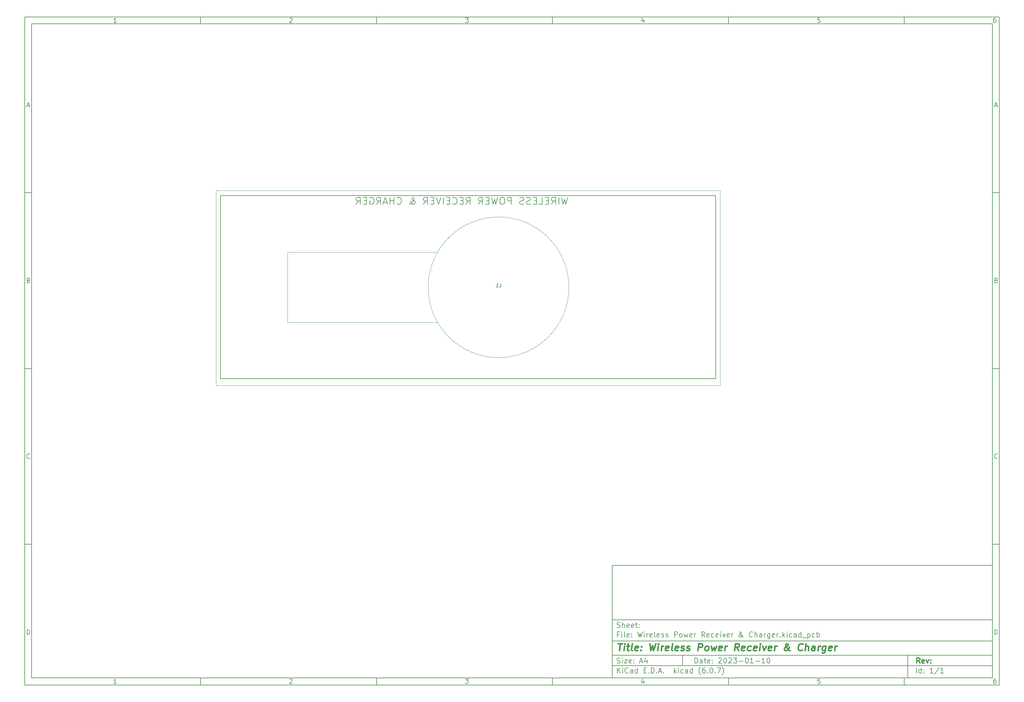
<source format=gbr>
%TF.GenerationSoftware,KiCad,Pcbnew,(6.0.7)*%
%TF.CreationDate,2023-01-12T19:29:26+03:00*%
%TF.ProjectId,Wireless Power Receiver & Charger,57697265-6c65-4737-9320-506f77657220,rev?*%
%TF.SameCoordinates,Original*%
%TF.FileFunction,Legend,Bot*%
%TF.FilePolarity,Positive*%
%FSLAX46Y46*%
G04 Gerber Fmt 4.6, Leading zero omitted, Abs format (unit mm)*
G04 Created by KiCad (PCBNEW (6.0.7)) date 2023-01-12 19:29:26*
%MOMM*%
%LPD*%
G01*
G04 APERTURE LIST*
%ADD10C,0.100000*%
%ADD11C,0.150000*%
%ADD12C,0.300000*%
%ADD13C,0.400000*%
%TA.AperFunction,Profile*%
%ADD14C,0.100000*%
%TD*%
%ADD15C,0.120000*%
G04 APERTURE END LIST*
D10*
D11*
X177002200Y-166007200D02*
X177002200Y-198007200D01*
X285002200Y-198007200D01*
X285002200Y-166007200D01*
X177002200Y-166007200D01*
D10*
D11*
X10000000Y-10000000D02*
X10000000Y-200007200D01*
X287002200Y-200007200D01*
X287002200Y-10000000D01*
X10000000Y-10000000D01*
D10*
D11*
X12000000Y-12000000D02*
X12000000Y-198007200D01*
X285002200Y-198007200D01*
X285002200Y-12000000D01*
X12000000Y-12000000D01*
D10*
D11*
X60000000Y-12000000D02*
X60000000Y-10000000D01*
D10*
D11*
X110000000Y-12000000D02*
X110000000Y-10000000D01*
D10*
D11*
X160000000Y-12000000D02*
X160000000Y-10000000D01*
D10*
D11*
X210000000Y-12000000D02*
X210000000Y-10000000D01*
D10*
D11*
X260000000Y-12000000D02*
X260000000Y-10000000D01*
D10*
D11*
X36065476Y-11588095D02*
X35322619Y-11588095D01*
X35694047Y-11588095D02*
X35694047Y-10288095D01*
X35570238Y-10473809D01*
X35446428Y-10597619D01*
X35322619Y-10659523D01*
D10*
D11*
X85322619Y-10411904D02*
X85384523Y-10350000D01*
X85508333Y-10288095D01*
X85817857Y-10288095D01*
X85941666Y-10350000D01*
X86003571Y-10411904D01*
X86065476Y-10535714D01*
X86065476Y-10659523D01*
X86003571Y-10845238D01*
X85260714Y-11588095D01*
X86065476Y-11588095D01*
D10*
D11*
X135260714Y-10288095D02*
X136065476Y-10288095D01*
X135632142Y-10783333D01*
X135817857Y-10783333D01*
X135941666Y-10845238D01*
X136003571Y-10907142D01*
X136065476Y-11030952D01*
X136065476Y-11340476D01*
X136003571Y-11464285D01*
X135941666Y-11526190D01*
X135817857Y-11588095D01*
X135446428Y-11588095D01*
X135322619Y-11526190D01*
X135260714Y-11464285D01*
D10*
D11*
X185941666Y-10721428D02*
X185941666Y-11588095D01*
X185632142Y-10226190D02*
X185322619Y-11154761D01*
X186127380Y-11154761D01*
D10*
D11*
X236003571Y-10288095D02*
X235384523Y-10288095D01*
X235322619Y-10907142D01*
X235384523Y-10845238D01*
X235508333Y-10783333D01*
X235817857Y-10783333D01*
X235941666Y-10845238D01*
X236003571Y-10907142D01*
X236065476Y-11030952D01*
X236065476Y-11340476D01*
X236003571Y-11464285D01*
X235941666Y-11526190D01*
X235817857Y-11588095D01*
X235508333Y-11588095D01*
X235384523Y-11526190D01*
X235322619Y-11464285D01*
D10*
D11*
X285941666Y-10288095D02*
X285694047Y-10288095D01*
X285570238Y-10350000D01*
X285508333Y-10411904D01*
X285384523Y-10597619D01*
X285322619Y-10845238D01*
X285322619Y-11340476D01*
X285384523Y-11464285D01*
X285446428Y-11526190D01*
X285570238Y-11588095D01*
X285817857Y-11588095D01*
X285941666Y-11526190D01*
X286003571Y-11464285D01*
X286065476Y-11340476D01*
X286065476Y-11030952D01*
X286003571Y-10907142D01*
X285941666Y-10845238D01*
X285817857Y-10783333D01*
X285570238Y-10783333D01*
X285446428Y-10845238D01*
X285384523Y-10907142D01*
X285322619Y-11030952D01*
D10*
D11*
X60000000Y-198007200D02*
X60000000Y-200007200D01*
D10*
D11*
X110000000Y-198007200D02*
X110000000Y-200007200D01*
D10*
D11*
X160000000Y-198007200D02*
X160000000Y-200007200D01*
D10*
D11*
X210000000Y-198007200D02*
X210000000Y-200007200D01*
D10*
D11*
X260000000Y-198007200D02*
X260000000Y-200007200D01*
D10*
D11*
X36065476Y-199595295D02*
X35322619Y-199595295D01*
X35694047Y-199595295D02*
X35694047Y-198295295D01*
X35570238Y-198481009D01*
X35446428Y-198604819D01*
X35322619Y-198666723D01*
D10*
D11*
X85322619Y-198419104D02*
X85384523Y-198357200D01*
X85508333Y-198295295D01*
X85817857Y-198295295D01*
X85941666Y-198357200D01*
X86003571Y-198419104D01*
X86065476Y-198542914D01*
X86065476Y-198666723D01*
X86003571Y-198852438D01*
X85260714Y-199595295D01*
X86065476Y-199595295D01*
D10*
D11*
X135260714Y-198295295D02*
X136065476Y-198295295D01*
X135632142Y-198790533D01*
X135817857Y-198790533D01*
X135941666Y-198852438D01*
X136003571Y-198914342D01*
X136065476Y-199038152D01*
X136065476Y-199347676D01*
X136003571Y-199471485D01*
X135941666Y-199533390D01*
X135817857Y-199595295D01*
X135446428Y-199595295D01*
X135322619Y-199533390D01*
X135260714Y-199471485D01*
D10*
D11*
X185941666Y-198728628D02*
X185941666Y-199595295D01*
X185632142Y-198233390D02*
X185322619Y-199161961D01*
X186127380Y-199161961D01*
D10*
D11*
X236003571Y-198295295D02*
X235384523Y-198295295D01*
X235322619Y-198914342D01*
X235384523Y-198852438D01*
X235508333Y-198790533D01*
X235817857Y-198790533D01*
X235941666Y-198852438D01*
X236003571Y-198914342D01*
X236065476Y-199038152D01*
X236065476Y-199347676D01*
X236003571Y-199471485D01*
X235941666Y-199533390D01*
X235817857Y-199595295D01*
X235508333Y-199595295D01*
X235384523Y-199533390D01*
X235322619Y-199471485D01*
D10*
D11*
X285941666Y-198295295D02*
X285694047Y-198295295D01*
X285570238Y-198357200D01*
X285508333Y-198419104D01*
X285384523Y-198604819D01*
X285322619Y-198852438D01*
X285322619Y-199347676D01*
X285384523Y-199471485D01*
X285446428Y-199533390D01*
X285570238Y-199595295D01*
X285817857Y-199595295D01*
X285941666Y-199533390D01*
X286003571Y-199471485D01*
X286065476Y-199347676D01*
X286065476Y-199038152D01*
X286003571Y-198914342D01*
X285941666Y-198852438D01*
X285817857Y-198790533D01*
X285570238Y-198790533D01*
X285446428Y-198852438D01*
X285384523Y-198914342D01*
X285322619Y-199038152D01*
D10*
D11*
X10000000Y-60000000D02*
X12000000Y-60000000D01*
D10*
D11*
X10000000Y-110000000D02*
X12000000Y-110000000D01*
D10*
D11*
X10000000Y-160000000D02*
X12000000Y-160000000D01*
D10*
D11*
X10690476Y-35216666D02*
X11309523Y-35216666D01*
X10566666Y-35588095D02*
X11000000Y-34288095D01*
X11433333Y-35588095D01*
D10*
D11*
X11092857Y-84907142D02*
X11278571Y-84969047D01*
X11340476Y-85030952D01*
X11402380Y-85154761D01*
X11402380Y-85340476D01*
X11340476Y-85464285D01*
X11278571Y-85526190D01*
X11154761Y-85588095D01*
X10659523Y-85588095D01*
X10659523Y-84288095D01*
X11092857Y-84288095D01*
X11216666Y-84350000D01*
X11278571Y-84411904D01*
X11340476Y-84535714D01*
X11340476Y-84659523D01*
X11278571Y-84783333D01*
X11216666Y-84845238D01*
X11092857Y-84907142D01*
X10659523Y-84907142D01*
D10*
D11*
X11402380Y-135464285D02*
X11340476Y-135526190D01*
X11154761Y-135588095D01*
X11030952Y-135588095D01*
X10845238Y-135526190D01*
X10721428Y-135402380D01*
X10659523Y-135278571D01*
X10597619Y-135030952D01*
X10597619Y-134845238D01*
X10659523Y-134597619D01*
X10721428Y-134473809D01*
X10845238Y-134350000D01*
X11030952Y-134288095D01*
X11154761Y-134288095D01*
X11340476Y-134350000D01*
X11402380Y-134411904D01*
D10*
D11*
X10659523Y-185588095D02*
X10659523Y-184288095D01*
X10969047Y-184288095D01*
X11154761Y-184350000D01*
X11278571Y-184473809D01*
X11340476Y-184597619D01*
X11402380Y-184845238D01*
X11402380Y-185030952D01*
X11340476Y-185278571D01*
X11278571Y-185402380D01*
X11154761Y-185526190D01*
X10969047Y-185588095D01*
X10659523Y-185588095D01*
D10*
D11*
X287002200Y-60000000D02*
X285002200Y-60000000D01*
D10*
D11*
X287002200Y-110000000D02*
X285002200Y-110000000D01*
D10*
D11*
X287002200Y-160000000D02*
X285002200Y-160000000D01*
D10*
D11*
X285692676Y-35216666D02*
X286311723Y-35216666D01*
X285568866Y-35588095D02*
X286002200Y-34288095D01*
X286435533Y-35588095D01*
D10*
D11*
X286095057Y-84907142D02*
X286280771Y-84969047D01*
X286342676Y-85030952D01*
X286404580Y-85154761D01*
X286404580Y-85340476D01*
X286342676Y-85464285D01*
X286280771Y-85526190D01*
X286156961Y-85588095D01*
X285661723Y-85588095D01*
X285661723Y-84288095D01*
X286095057Y-84288095D01*
X286218866Y-84350000D01*
X286280771Y-84411904D01*
X286342676Y-84535714D01*
X286342676Y-84659523D01*
X286280771Y-84783333D01*
X286218866Y-84845238D01*
X286095057Y-84907142D01*
X285661723Y-84907142D01*
D10*
D11*
X286404580Y-135464285D02*
X286342676Y-135526190D01*
X286156961Y-135588095D01*
X286033152Y-135588095D01*
X285847438Y-135526190D01*
X285723628Y-135402380D01*
X285661723Y-135278571D01*
X285599819Y-135030952D01*
X285599819Y-134845238D01*
X285661723Y-134597619D01*
X285723628Y-134473809D01*
X285847438Y-134350000D01*
X286033152Y-134288095D01*
X286156961Y-134288095D01*
X286342676Y-134350000D01*
X286404580Y-134411904D01*
D10*
D11*
X285661723Y-185588095D02*
X285661723Y-184288095D01*
X285971247Y-184288095D01*
X286156961Y-184350000D01*
X286280771Y-184473809D01*
X286342676Y-184597619D01*
X286404580Y-184845238D01*
X286404580Y-185030952D01*
X286342676Y-185278571D01*
X286280771Y-185402380D01*
X286156961Y-185526190D01*
X285971247Y-185588095D01*
X285661723Y-185588095D01*
D10*
D11*
X200434342Y-193785771D02*
X200434342Y-192285771D01*
X200791485Y-192285771D01*
X201005771Y-192357200D01*
X201148628Y-192500057D01*
X201220057Y-192642914D01*
X201291485Y-192928628D01*
X201291485Y-193142914D01*
X201220057Y-193428628D01*
X201148628Y-193571485D01*
X201005771Y-193714342D01*
X200791485Y-193785771D01*
X200434342Y-193785771D01*
X202577200Y-193785771D02*
X202577200Y-193000057D01*
X202505771Y-192857200D01*
X202362914Y-192785771D01*
X202077200Y-192785771D01*
X201934342Y-192857200D01*
X202577200Y-193714342D02*
X202434342Y-193785771D01*
X202077200Y-193785771D01*
X201934342Y-193714342D01*
X201862914Y-193571485D01*
X201862914Y-193428628D01*
X201934342Y-193285771D01*
X202077200Y-193214342D01*
X202434342Y-193214342D01*
X202577200Y-193142914D01*
X203077200Y-192785771D02*
X203648628Y-192785771D01*
X203291485Y-192285771D02*
X203291485Y-193571485D01*
X203362914Y-193714342D01*
X203505771Y-193785771D01*
X203648628Y-193785771D01*
X204720057Y-193714342D02*
X204577200Y-193785771D01*
X204291485Y-193785771D01*
X204148628Y-193714342D01*
X204077200Y-193571485D01*
X204077200Y-193000057D01*
X204148628Y-192857200D01*
X204291485Y-192785771D01*
X204577200Y-192785771D01*
X204720057Y-192857200D01*
X204791485Y-193000057D01*
X204791485Y-193142914D01*
X204077200Y-193285771D01*
X205434342Y-193642914D02*
X205505771Y-193714342D01*
X205434342Y-193785771D01*
X205362914Y-193714342D01*
X205434342Y-193642914D01*
X205434342Y-193785771D01*
X205434342Y-192857200D02*
X205505771Y-192928628D01*
X205434342Y-193000057D01*
X205362914Y-192928628D01*
X205434342Y-192857200D01*
X205434342Y-193000057D01*
X207220057Y-192428628D02*
X207291485Y-192357200D01*
X207434342Y-192285771D01*
X207791485Y-192285771D01*
X207934342Y-192357200D01*
X208005771Y-192428628D01*
X208077200Y-192571485D01*
X208077200Y-192714342D01*
X208005771Y-192928628D01*
X207148628Y-193785771D01*
X208077200Y-193785771D01*
X209005771Y-192285771D02*
X209148628Y-192285771D01*
X209291485Y-192357200D01*
X209362914Y-192428628D01*
X209434342Y-192571485D01*
X209505771Y-192857200D01*
X209505771Y-193214342D01*
X209434342Y-193500057D01*
X209362914Y-193642914D01*
X209291485Y-193714342D01*
X209148628Y-193785771D01*
X209005771Y-193785771D01*
X208862914Y-193714342D01*
X208791485Y-193642914D01*
X208720057Y-193500057D01*
X208648628Y-193214342D01*
X208648628Y-192857200D01*
X208720057Y-192571485D01*
X208791485Y-192428628D01*
X208862914Y-192357200D01*
X209005771Y-192285771D01*
X210077200Y-192428628D02*
X210148628Y-192357200D01*
X210291485Y-192285771D01*
X210648628Y-192285771D01*
X210791485Y-192357200D01*
X210862914Y-192428628D01*
X210934342Y-192571485D01*
X210934342Y-192714342D01*
X210862914Y-192928628D01*
X210005771Y-193785771D01*
X210934342Y-193785771D01*
X211434342Y-192285771D02*
X212362914Y-192285771D01*
X211862914Y-192857200D01*
X212077200Y-192857200D01*
X212220057Y-192928628D01*
X212291485Y-193000057D01*
X212362914Y-193142914D01*
X212362914Y-193500057D01*
X212291485Y-193642914D01*
X212220057Y-193714342D01*
X212077200Y-193785771D01*
X211648628Y-193785771D01*
X211505771Y-193714342D01*
X211434342Y-193642914D01*
X213005771Y-193214342D02*
X214148628Y-193214342D01*
X215148628Y-192285771D02*
X215291485Y-192285771D01*
X215434342Y-192357200D01*
X215505771Y-192428628D01*
X215577200Y-192571485D01*
X215648628Y-192857200D01*
X215648628Y-193214342D01*
X215577200Y-193500057D01*
X215505771Y-193642914D01*
X215434342Y-193714342D01*
X215291485Y-193785771D01*
X215148628Y-193785771D01*
X215005771Y-193714342D01*
X214934342Y-193642914D01*
X214862914Y-193500057D01*
X214791485Y-193214342D01*
X214791485Y-192857200D01*
X214862914Y-192571485D01*
X214934342Y-192428628D01*
X215005771Y-192357200D01*
X215148628Y-192285771D01*
X217077200Y-193785771D02*
X216220057Y-193785771D01*
X216648628Y-193785771D02*
X216648628Y-192285771D01*
X216505771Y-192500057D01*
X216362914Y-192642914D01*
X216220057Y-192714342D01*
X217720057Y-193214342D02*
X218862914Y-193214342D01*
X220362914Y-193785771D02*
X219505771Y-193785771D01*
X219934342Y-193785771D02*
X219934342Y-192285771D01*
X219791485Y-192500057D01*
X219648628Y-192642914D01*
X219505771Y-192714342D01*
X221291485Y-192285771D02*
X221434342Y-192285771D01*
X221577200Y-192357200D01*
X221648628Y-192428628D01*
X221720057Y-192571485D01*
X221791485Y-192857200D01*
X221791485Y-193214342D01*
X221720057Y-193500057D01*
X221648628Y-193642914D01*
X221577200Y-193714342D01*
X221434342Y-193785771D01*
X221291485Y-193785771D01*
X221148628Y-193714342D01*
X221077200Y-193642914D01*
X221005771Y-193500057D01*
X220934342Y-193214342D01*
X220934342Y-192857200D01*
X221005771Y-192571485D01*
X221077200Y-192428628D01*
X221148628Y-192357200D01*
X221291485Y-192285771D01*
D10*
D11*
X177002200Y-194507200D02*
X285002200Y-194507200D01*
D10*
D11*
X178434342Y-196585771D02*
X178434342Y-195085771D01*
X179291485Y-196585771D02*
X178648628Y-195728628D01*
X179291485Y-195085771D02*
X178434342Y-195942914D01*
X179934342Y-196585771D02*
X179934342Y-195585771D01*
X179934342Y-195085771D02*
X179862914Y-195157200D01*
X179934342Y-195228628D01*
X180005771Y-195157200D01*
X179934342Y-195085771D01*
X179934342Y-195228628D01*
X181505771Y-196442914D02*
X181434342Y-196514342D01*
X181220057Y-196585771D01*
X181077200Y-196585771D01*
X180862914Y-196514342D01*
X180720057Y-196371485D01*
X180648628Y-196228628D01*
X180577200Y-195942914D01*
X180577200Y-195728628D01*
X180648628Y-195442914D01*
X180720057Y-195300057D01*
X180862914Y-195157200D01*
X181077200Y-195085771D01*
X181220057Y-195085771D01*
X181434342Y-195157200D01*
X181505771Y-195228628D01*
X182791485Y-196585771D02*
X182791485Y-195800057D01*
X182720057Y-195657200D01*
X182577200Y-195585771D01*
X182291485Y-195585771D01*
X182148628Y-195657200D01*
X182791485Y-196514342D02*
X182648628Y-196585771D01*
X182291485Y-196585771D01*
X182148628Y-196514342D01*
X182077200Y-196371485D01*
X182077200Y-196228628D01*
X182148628Y-196085771D01*
X182291485Y-196014342D01*
X182648628Y-196014342D01*
X182791485Y-195942914D01*
X184148628Y-196585771D02*
X184148628Y-195085771D01*
X184148628Y-196514342D02*
X184005771Y-196585771D01*
X183720057Y-196585771D01*
X183577200Y-196514342D01*
X183505771Y-196442914D01*
X183434342Y-196300057D01*
X183434342Y-195871485D01*
X183505771Y-195728628D01*
X183577200Y-195657200D01*
X183720057Y-195585771D01*
X184005771Y-195585771D01*
X184148628Y-195657200D01*
X186005771Y-195800057D02*
X186505771Y-195800057D01*
X186720057Y-196585771D02*
X186005771Y-196585771D01*
X186005771Y-195085771D01*
X186720057Y-195085771D01*
X187362914Y-196442914D02*
X187434342Y-196514342D01*
X187362914Y-196585771D01*
X187291485Y-196514342D01*
X187362914Y-196442914D01*
X187362914Y-196585771D01*
X188077200Y-196585771D02*
X188077200Y-195085771D01*
X188434342Y-195085771D01*
X188648628Y-195157200D01*
X188791485Y-195300057D01*
X188862914Y-195442914D01*
X188934342Y-195728628D01*
X188934342Y-195942914D01*
X188862914Y-196228628D01*
X188791485Y-196371485D01*
X188648628Y-196514342D01*
X188434342Y-196585771D01*
X188077200Y-196585771D01*
X189577200Y-196442914D02*
X189648628Y-196514342D01*
X189577200Y-196585771D01*
X189505771Y-196514342D01*
X189577200Y-196442914D01*
X189577200Y-196585771D01*
X190220057Y-196157200D02*
X190934342Y-196157200D01*
X190077200Y-196585771D02*
X190577200Y-195085771D01*
X191077200Y-196585771D01*
X191577200Y-196442914D02*
X191648628Y-196514342D01*
X191577200Y-196585771D01*
X191505771Y-196514342D01*
X191577200Y-196442914D01*
X191577200Y-196585771D01*
X194577200Y-196585771D02*
X194577200Y-195085771D01*
X194720057Y-196014342D02*
X195148628Y-196585771D01*
X195148628Y-195585771D02*
X194577200Y-196157200D01*
X195791485Y-196585771D02*
X195791485Y-195585771D01*
X195791485Y-195085771D02*
X195720057Y-195157200D01*
X195791485Y-195228628D01*
X195862914Y-195157200D01*
X195791485Y-195085771D01*
X195791485Y-195228628D01*
X197148628Y-196514342D02*
X197005771Y-196585771D01*
X196720057Y-196585771D01*
X196577200Y-196514342D01*
X196505771Y-196442914D01*
X196434342Y-196300057D01*
X196434342Y-195871485D01*
X196505771Y-195728628D01*
X196577200Y-195657200D01*
X196720057Y-195585771D01*
X197005771Y-195585771D01*
X197148628Y-195657200D01*
X198434342Y-196585771D02*
X198434342Y-195800057D01*
X198362914Y-195657200D01*
X198220057Y-195585771D01*
X197934342Y-195585771D01*
X197791485Y-195657200D01*
X198434342Y-196514342D02*
X198291485Y-196585771D01*
X197934342Y-196585771D01*
X197791485Y-196514342D01*
X197720057Y-196371485D01*
X197720057Y-196228628D01*
X197791485Y-196085771D01*
X197934342Y-196014342D01*
X198291485Y-196014342D01*
X198434342Y-195942914D01*
X199791485Y-196585771D02*
X199791485Y-195085771D01*
X199791485Y-196514342D02*
X199648628Y-196585771D01*
X199362914Y-196585771D01*
X199220057Y-196514342D01*
X199148628Y-196442914D01*
X199077200Y-196300057D01*
X199077200Y-195871485D01*
X199148628Y-195728628D01*
X199220057Y-195657200D01*
X199362914Y-195585771D01*
X199648628Y-195585771D01*
X199791485Y-195657200D01*
X202077200Y-197157200D02*
X202005771Y-197085771D01*
X201862914Y-196871485D01*
X201791485Y-196728628D01*
X201720057Y-196514342D01*
X201648628Y-196157200D01*
X201648628Y-195871485D01*
X201720057Y-195514342D01*
X201791485Y-195300057D01*
X201862914Y-195157200D01*
X202005771Y-194942914D01*
X202077200Y-194871485D01*
X203291485Y-195085771D02*
X203005771Y-195085771D01*
X202862914Y-195157200D01*
X202791485Y-195228628D01*
X202648628Y-195442914D01*
X202577200Y-195728628D01*
X202577200Y-196300057D01*
X202648628Y-196442914D01*
X202720057Y-196514342D01*
X202862914Y-196585771D01*
X203148628Y-196585771D01*
X203291485Y-196514342D01*
X203362914Y-196442914D01*
X203434342Y-196300057D01*
X203434342Y-195942914D01*
X203362914Y-195800057D01*
X203291485Y-195728628D01*
X203148628Y-195657200D01*
X202862914Y-195657200D01*
X202720057Y-195728628D01*
X202648628Y-195800057D01*
X202577200Y-195942914D01*
X204077200Y-196442914D02*
X204148628Y-196514342D01*
X204077200Y-196585771D01*
X204005771Y-196514342D01*
X204077200Y-196442914D01*
X204077200Y-196585771D01*
X205077200Y-195085771D02*
X205220057Y-195085771D01*
X205362914Y-195157200D01*
X205434342Y-195228628D01*
X205505771Y-195371485D01*
X205577200Y-195657200D01*
X205577200Y-196014342D01*
X205505771Y-196300057D01*
X205434342Y-196442914D01*
X205362914Y-196514342D01*
X205220057Y-196585771D01*
X205077200Y-196585771D01*
X204934342Y-196514342D01*
X204862914Y-196442914D01*
X204791485Y-196300057D01*
X204720057Y-196014342D01*
X204720057Y-195657200D01*
X204791485Y-195371485D01*
X204862914Y-195228628D01*
X204934342Y-195157200D01*
X205077200Y-195085771D01*
X206220057Y-196442914D02*
X206291485Y-196514342D01*
X206220057Y-196585771D01*
X206148628Y-196514342D01*
X206220057Y-196442914D01*
X206220057Y-196585771D01*
X206791485Y-195085771D02*
X207791485Y-195085771D01*
X207148628Y-196585771D01*
X208220057Y-197157200D02*
X208291485Y-197085771D01*
X208434342Y-196871485D01*
X208505771Y-196728628D01*
X208577200Y-196514342D01*
X208648628Y-196157200D01*
X208648628Y-195871485D01*
X208577200Y-195514342D01*
X208505771Y-195300057D01*
X208434342Y-195157200D01*
X208291485Y-194942914D01*
X208220057Y-194871485D01*
D10*
D11*
X177002200Y-191507200D02*
X285002200Y-191507200D01*
D10*
D12*
X264411485Y-193785771D02*
X263911485Y-193071485D01*
X263554342Y-193785771D02*
X263554342Y-192285771D01*
X264125771Y-192285771D01*
X264268628Y-192357200D01*
X264340057Y-192428628D01*
X264411485Y-192571485D01*
X264411485Y-192785771D01*
X264340057Y-192928628D01*
X264268628Y-193000057D01*
X264125771Y-193071485D01*
X263554342Y-193071485D01*
X265625771Y-193714342D02*
X265482914Y-193785771D01*
X265197200Y-193785771D01*
X265054342Y-193714342D01*
X264982914Y-193571485D01*
X264982914Y-193000057D01*
X265054342Y-192857200D01*
X265197200Y-192785771D01*
X265482914Y-192785771D01*
X265625771Y-192857200D01*
X265697200Y-193000057D01*
X265697200Y-193142914D01*
X264982914Y-193285771D01*
X266197200Y-192785771D02*
X266554342Y-193785771D01*
X266911485Y-192785771D01*
X267482914Y-193642914D02*
X267554342Y-193714342D01*
X267482914Y-193785771D01*
X267411485Y-193714342D01*
X267482914Y-193642914D01*
X267482914Y-193785771D01*
X267482914Y-192857200D02*
X267554342Y-192928628D01*
X267482914Y-193000057D01*
X267411485Y-192928628D01*
X267482914Y-192857200D01*
X267482914Y-193000057D01*
D10*
D11*
X178362914Y-193714342D02*
X178577200Y-193785771D01*
X178934342Y-193785771D01*
X179077200Y-193714342D01*
X179148628Y-193642914D01*
X179220057Y-193500057D01*
X179220057Y-193357200D01*
X179148628Y-193214342D01*
X179077200Y-193142914D01*
X178934342Y-193071485D01*
X178648628Y-193000057D01*
X178505771Y-192928628D01*
X178434342Y-192857200D01*
X178362914Y-192714342D01*
X178362914Y-192571485D01*
X178434342Y-192428628D01*
X178505771Y-192357200D01*
X178648628Y-192285771D01*
X179005771Y-192285771D01*
X179220057Y-192357200D01*
X179862914Y-193785771D02*
X179862914Y-192785771D01*
X179862914Y-192285771D02*
X179791485Y-192357200D01*
X179862914Y-192428628D01*
X179934342Y-192357200D01*
X179862914Y-192285771D01*
X179862914Y-192428628D01*
X180434342Y-192785771D02*
X181220057Y-192785771D01*
X180434342Y-193785771D01*
X181220057Y-193785771D01*
X182362914Y-193714342D02*
X182220057Y-193785771D01*
X181934342Y-193785771D01*
X181791485Y-193714342D01*
X181720057Y-193571485D01*
X181720057Y-193000057D01*
X181791485Y-192857200D01*
X181934342Y-192785771D01*
X182220057Y-192785771D01*
X182362914Y-192857200D01*
X182434342Y-193000057D01*
X182434342Y-193142914D01*
X181720057Y-193285771D01*
X183077200Y-193642914D02*
X183148628Y-193714342D01*
X183077200Y-193785771D01*
X183005771Y-193714342D01*
X183077200Y-193642914D01*
X183077200Y-193785771D01*
X183077200Y-192857200D02*
X183148628Y-192928628D01*
X183077200Y-193000057D01*
X183005771Y-192928628D01*
X183077200Y-192857200D01*
X183077200Y-193000057D01*
X184862914Y-193357200D02*
X185577200Y-193357200D01*
X184720057Y-193785771D02*
X185220057Y-192285771D01*
X185720057Y-193785771D01*
X186862914Y-192785771D02*
X186862914Y-193785771D01*
X186505771Y-192214342D02*
X186148628Y-193285771D01*
X187077200Y-193285771D01*
D10*
D11*
X263434342Y-196585771D02*
X263434342Y-195085771D01*
X264791485Y-196585771D02*
X264791485Y-195085771D01*
X264791485Y-196514342D02*
X264648628Y-196585771D01*
X264362914Y-196585771D01*
X264220057Y-196514342D01*
X264148628Y-196442914D01*
X264077200Y-196300057D01*
X264077200Y-195871485D01*
X264148628Y-195728628D01*
X264220057Y-195657200D01*
X264362914Y-195585771D01*
X264648628Y-195585771D01*
X264791485Y-195657200D01*
X265505771Y-196442914D02*
X265577200Y-196514342D01*
X265505771Y-196585771D01*
X265434342Y-196514342D01*
X265505771Y-196442914D01*
X265505771Y-196585771D01*
X265505771Y-195657200D02*
X265577200Y-195728628D01*
X265505771Y-195800057D01*
X265434342Y-195728628D01*
X265505771Y-195657200D01*
X265505771Y-195800057D01*
X268148628Y-196585771D02*
X267291485Y-196585771D01*
X267720057Y-196585771D02*
X267720057Y-195085771D01*
X267577200Y-195300057D01*
X267434342Y-195442914D01*
X267291485Y-195514342D01*
X269862914Y-195014342D02*
X268577200Y-196942914D01*
X271148628Y-196585771D02*
X270291485Y-196585771D01*
X270720057Y-196585771D02*
X270720057Y-195085771D01*
X270577200Y-195300057D01*
X270434342Y-195442914D01*
X270291485Y-195514342D01*
D10*
D11*
X177002200Y-187507200D02*
X285002200Y-187507200D01*
D10*
D13*
X178714580Y-188211961D02*
X179857438Y-188211961D01*
X179036009Y-190211961D02*
X179286009Y-188211961D01*
X180274104Y-190211961D02*
X180440771Y-188878628D01*
X180524104Y-188211961D02*
X180416961Y-188307200D01*
X180500295Y-188402438D01*
X180607438Y-188307200D01*
X180524104Y-188211961D01*
X180500295Y-188402438D01*
X181107438Y-188878628D02*
X181869342Y-188878628D01*
X181476485Y-188211961D02*
X181262200Y-189926247D01*
X181333628Y-190116723D01*
X181512200Y-190211961D01*
X181702676Y-190211961D01*
X182655057Y-190211961D02*
X182476485Y-190116723D01*
X182405057Y-189926247D01*
X182619342Y-188211961D01*
X184190771Y-190116723D02*
X183988390Y-190211961D01*
X183607438Y-190211961D01*
X183428866Y-190116723D01*
X183357438Y-189926247D01*
X183452676Y-189164342D01*
X183571723Y-188973866D01*
X183774104Y-188878628D01*
X184155057Y-188878628D01*
X184333628Y-188973866D01*
X184405057Y-189164342D01*
X184381247Y-189354819D01*
X183405057Y-189545295D01*
X185155057Y-190021485D02*
X185238390Y-190116723D01*
X185131247Y-190211961D01*
X185047914Y-190116723D01*
X185155057Y-190021485D01*
X185131247Y-190211961D01*
X185286009Y-188973866D02*
X185369342Y-189069104D01*
X185262200Y-189164342D01*
X185178866Y-189069104D01*
X185286009Y-188973866D01*
X185262200Y-189164342D01*
X187666961Y-188211961D02*
X187893152Y-190211961D01*
X188452676Y-188783390D01*
X188655057Y-190211961D01*
X189381247Y-188211961D01*
X189893152Y-190211961D02*
X190059819Y-188878628D01*
X190143152Y-188211961D02*
X190036009Y-188307200D01*
X190119342Y-188402438D01*
X190226485Y-188307200D01*
X190143152Y-188211961D01*
X190119342Y-188402438D01*
X190845533Y-190211961D02*
X191012200Y-188878628D01*
X190964580Y-189259580D02*
X191083628Y-189069104D01*
X191190771Y-188973866D01*
X191393152Y-188878628D01*
X191583628Y-188878628D01*
X192857438Y-190116723D02*
X192655057Y-190211961D01*
X192274104Y-190211961D01*
X192095533Y-190116723D01*
X192024104Y-189926247D01*
X192119342Y-189164342D01*
X192238390Y-188973866D01*
X192440771Y-188878628D01*
X192821723Y-188878628D01*
X193000295Y-188973866D01*
X193071723Y-189164342D01*
X193047914Y-189354819D01*
X192071723Y-189545295D01*
X194083628Y-190211961D02*
X193905057Y-190116723D01*
X193833628Y-189926247D01*
X194047914Y-188211961D01*
X195619342Y-190116723D02*
X195416961Y-190211961D01*
X195036009Y-190211961D01*
X194857438Y-190116723D01*
X194786009Y-189926247D01*
X194881247Y-189164342D01*
X195000295Y-188973866D01*
X195202676Y-188878628D01*
X195583628Y-188878628D01*
X195762200Y-188973866D01*
X195833628Y-189164342D01*
X195809819Y-189354819D01*
X194833628Y-189545295D01*
X196476485Y-190116723D02*
X196655057Y-190211961D01*
X197036009Y-190211961D01*
X197238390Y-190116723D01*
X197357438Y-189926247D01*
X197369342Y-189831009D01*
X197297914Y-189640533D01*
X197119342Y-189545295D01*
X196833628Y-189545295D01*
X196655057Y-189450057D01*
X196583628Y-189259580D01*
X196595533Y-189164342D01*
X196714580Y-188973866D01*
X196916961Y-188878628D01*
X197202676Y-188878628D01*
X197381247Y-188973866D01*
X198095533Y-190116723D02*
X198274104Y-190211961D01*
X198655057Y-190211961D01*
X198857438Y-190116723D01*
X198976485Y-189926247D01*
X198988390Y-189831009D01*
X198916961Y-189640533D01*
X198738390Y-189545295D01*
X198452676Y-189545295D01*
X198274104Y-189450057D01*
X198202676Y-189259580D01*
X198214580Y-189164342D01*
X198333628Y-188973866D01*
X198536009Y-188878628D01*
X198821723Y-188878628D01*
X199000295Y-188973866D01*
X201321723Y-190211961D02*
X201571723Y-188211961D01*
X202333628Y-188211961D01*
X202512200Y-188307200D01*
X202595533Y-188402438D01*
X202666961Y-188592914D01*
X202631247Y-188878628D01*
X202512200Y-189069104D01*
X202405057Y-189164342D01*
X202202676Y-189259580D01*
X201440771Y-189259580D01*
X203607438Y-190211961D02*
X203428866Y-190116723D01*
X203345533Y-190021485D01*
X203274104Y-189831009D01*
X203345533Y-189259580D01*
X203464580Y-189069104D01*
X203571723Y-188973866D01*
X203774104Y-188878628D01*
X204059819Y-188878628D01*
X204238390Y-188973866D01*
X204321723Y-189069104D01*
X204393152Y-189259580D01*
X204321723Y-189831009D01*
X204202676Y-190021485D01*
X204095533Y-190116723D01*
X203893152Y-190211961D01*
X203607438Y-190211961D01*
X205107438Y-188878628D02*
X205321723Y-190211961D01*
X205821723Y-189259580D01*
X206083628Y-190211961D01*
X206631247Y-188878628D01*
X208000295Y-190116723D02*
X207797914Y-190211961D01*
X207416961Y-190211961D01*
X207238390Y-190116723D01*
X207166961Y-189926247D01*
X207262200Y-189164342D01*
X207381247Y-188973866D01*
X207583628Y-188878628D01*
X207964580Y-188878628D01*
X208143152Y-188973866D01*
X208214580Y-189164342D01*
X208190771Y-189354819D01*
X207214580Y-189545295D01*
X208940771Y-190211961D02*
X209107438Y-188878628D01*
X209059819Y-189259580D02*
X209178866Y-189069104D01*
X209286009Y-188973866D01*
X209488390Y-188878628D01*
X209678866Y-188878628D01*
X212845533Y-190211961D02*
X212297914Y-189259580D01*
X211702676Y-190211961D02*
X211952676Y-188211961D01*
X212714580Y-188211961D01*
X212893152Y-188307200D01*
X212976485Y-188402438D01*
X213047914Y-188592914D01*
X213012200Y-188878628D01*
X212893152Y-189069104D01*
X212786009Y-189164342D01*
X212583628Y-189259580D01*
X211821723Y-189259580D01*
X214476485Y-190116723D02*
X214274104Y-190211961D01*
X213893152Y-190211961D01*
X213714580Y-190116723D01*
X213643152Y-189926247D01*
X213738390Y-189164342D01*
X213857438Y-188973866D01*
X214059819Y-188878628D01*
X214440771Y-188878628D01*
X214619342Y-188973866D01*
X214690771Y-189164342D01*
X214666961Y-189354819D01*
X213690771Y-189545295D01*
X216286009Y-190116723D02*
X216083628Y-190211961D01*
X215702676Y-190211961D01*
X215524104Y-190116723D01*
X215440771Y-190021485D01*
X215369342Y-189831009D01*
X215440771Y-189259580D01*
X215559819Y-189069104D01*
X215666961Y-188973866D01*
X215869342Y-188878628D01*
X216250295Y-188878628D01*
X216428866Y-188973866D01*
X217905057Y-190116723D02*
X217702676Y-190211961D01*
X217321723Y-190211961D01*
X217143152Y-190116723D01*
X217071723Y-189926247D01*
X217166961Y-189164342D01*
X217286009Y-188973866D01*
X217488390Y-188878628D01*
X217869342Y-188878628D01*
X218047914Y-188973866D01*
X218119342Y-189164342D01*
X218095533Y-189354819D01*
X217119342Y-189545295D01*
X218845533Y-190211961D02*
X219012200Y-188878628D01*
X219095533Y-188211961D02*
X218988390Y-188307200D01*
X219071723Y-188402438D01*
X219178866Y-188307200D01*
X219095533Y-188211961D01*
X219071723Y-188402438D01*
X219774104Y-188878628D02*
X220083628Y-190211961D01*
X220726485Y-188878628D01*
X222095533Y-190116723D02*
X221893152Y-190211961D01*
X221512200Y-190211961D01*
X221333628Y-190116723D01*
X221262200Y-189926247D01*
X221357438Y-189164342D01*
X221476485Y-188973866D01*
X221678866Y-188878628D01*
X222059819Y-188878628D01*
X222238390Y-188973866D01*
X222309819Y-189164342D01*
X222286009Y-189354819D01*
X221309819Y-189545295D01*
X223036009Y-190211961D02*
X223202676Y-188878628D01*
X223155057Y-189259580D02*
X223274104Y-189069104D01*
X223381247Y-188973866D01*
X223583628Y-188878628D01*
X223774104Y-188878628D01*
X227416961Y-190211961D02*
X227321723Y-190211961D01*
X227143152Y-190116723D01*
X226893152Y-189831009D01*
X226488390Y-189259580D01*
X226333628Y-188973866D01*
X226274104Y-188688152D01*
X226297914Y-188497676D01*
X226416961Y-188307200D01*
X226619342Y-188211961D01*
X226714580Y-188211961D01*
X226893152Y-188307200D01*
X226964580Y-188497676D01*
X226952676Y-188592914D01*
X226833628Y-188783390D01*
X226726485Y-188878628D01*
X226107438Y-189259580D01*
X226000295Y-189354819D01*
X225881247Y-189545295D01*
X225845533Y-189831009D01*
X225916961Y-190021485D01*
X226000295Y-190116723D01*
X226178866Y-190211961D01*
X226464580Y-190211961D01*
X226666961Y-190116723D01*
X226774104Y-190021485D01*
X227107438Y-189640533D01*
X227238390Y-189354819D01*
X227262200Y-189164342D01*
X230964580Y-190021485D02*
X230857438Y-190116723D01*
X230559819Y-190211961D01*
X230369342Y-190211961D01*
X230095533Y-190116723D01*
X229928866Y-189926247D01*
X229857438Y-189735771D01*
X229809819Y-189354819D01*
X229845533Y-189069104D01*
X229988390Y-188688152D01*
X230107438Y-188497676D01*
X230321723Y-188307200D01*
X230619342Y-188211961D01*
X230809819Y-188211961D01*
X231083628Y-188307200D01*
X231166961Y-188402438D01*
X231797914Y-190211961D02*
X232047914Y-188211961D01*
X232655057Y-190211961D02*
X232786009Y-189164342D01*
X232714580Y-188973866D01*
X232536009Y-188878628D01*
X232250295Y-188878628D01*
X232047914Y-188973866D01*
X231940771Y-189069104D01*
X234464580Y-190211961D02*
X234595533Y-189164342D01*
X234524104Y-188973866D01*
X234345533Y-188878628D01*
X233964580Y-188878628D01*
X233762200Y-188973866D01*
X234476485Y-190116723D02*
X234274104Y-190211961D01*
X233797914Y-190211961D01*
X233619342Y-190116723D01*
X233547914Y-189926247D01*
X233571723Y-189735771D01*
X233690771Y-189545295D01*
X233893152Y-189450057D01*
X234369342Y-189450057D01*
X234571723Y-189354819D01*
X235416961Y-190211961D02*
X235583628Y-188878628D01*
X235536009Y-189259580D02*
X235655057Y-189069104D01*
X235762200Y-188973866D01*
X235964580Y-188878628D01*
X236155057Y-188878628D01*
X237678866Y-188878628D02*
X237476485Y-190497676D01*
X237357438Y-190688152D01*
X237250295Y-190783390D01*
X237047914Y-190878628D01*
X236762200Y-190878628D01*
X236583628Y-190783390D01*
X237524104Y-190116723D02*
X237321723Y-190211961D01*
X236940771Y-190211961D01*
X236762200Y-190116723D01*
X236678866Y-190021485D01*
X236607438Y-189831009D01*
X236678866Y-189259580D01*
X236797914Y-189069104D01*
X236905057Y-188973866D01*
X237107438Y-188878628D01*
X237488390Y-188878628D01*
X237666961Y-188973866D01*
X239238390Y-190116723D02*
X239036009Y-190211961D01*
X238655057Y-190211961D01*
X238476485Y-190116723D01*
X238405057Y-189926247D01*
X238500295Y-189164342D01*
X238619342Y-188973866D01*
X238821723Y-188878628D01*
X239202676Y-188878628D01*
X239381247Y-188973866D01*
X239452676Y-189164342D01*
X239428866Y-189354819D01*
X238452676Y-189545295D01*
X240178866Y-190211961D02*
X240345533Y-188878628D01*
X240297914Y-189259580D02*
X240416961Y-189069104D01*
X240524104Y-188973866D01*
X240726485Y-188878628D01*
X240916961Y-188878628D01*
D10*
D11*
X178934342Y-185600057D02*
X178434342Y-185600057D01*
X178434342Y-186385771D02*
X178434342Y-184885771D01*
X179148628Y-184885771D01*
X179720057Y-186385771D02*
X179720057Y-185385771D01*
X179720057Y-184885771D02*
X179648628Y-184957200D01*
X179720057Y-185028628D01*
X179791485Y-184957200D01*
X179720057Y-184885771D01*
X179720057Y-185028628D01*
X180648628Y-186385771D02*
X180505771Y-186314342D01*
X180434342Y-186171485D01*
X180434342Y-184885771D01*
X181791485Y-186314342D02*
X181648628Y-186385771D01*
X181362914Y-186385771D01*
X181220057Y-186314342D01*
X181148628Y-186171485D01*
X181148628Y-185600057D01*
X181220057Y-185457200D01*
X181362914Y-185385771D01*
X181648628Y-185385771D01*
X181791485Y-185457200D01*
X181862914Y-185600057D01*
X181862914Y-185742914D01*
X181148628Y-185885771D01*
X182505771Y-186242914D02*
X182577200Y-186314342D01*
X182505771Y-186385771D01*
X182434342Y-186314342D01*
X182505771Y-186242914D01*
X182505771Y-186385771D01*
X182505771Y-185457200D02*
X182577200Y-185528628D01*
X182505771Y-185600057D01*
X182434342Y-185528628D01*
X182505771Y-185457200D01*
X182505771Y-185600057D01*
X184220057Y-184885771D02*
X184577200Y-186385771D01*
X184862914Y-185314342D01*
X185148628Y-186385771D01*
X185505771Y-184885771D01*
X186077200Y-186385771D02*
X186077200Y-185385771D01*
X186077200Y-184885771D02*
X186005771Y-184957200D01*
X186077200Y-185028628D01*
X186148628Y-184957200D01*
X186077200Y-184885771D01*
X186077200Y-185028628D01*
X186791485Y-186385771D02*
X186791485Y-185385771D01*
X186791485Y-185671485D02*
X186862914Y-185528628D01*
X186934342Y-185457200D01*
X187077200Y-185385771D01*
X187220057Y-185385771D01*
X188291485Y-186314342D02*
X188148628Y-186385771D01*
X187862914Y-186385771D01*
X187720057Y-186314342D01*
X187648628Y-186171485D01*
X187648628Y-185600057D01*
X187720057Y-185457200D01*
X187862914Y-185385771D01*
X188148628Y-185385771D01*
X188291485Y-185457200D01*
X188362914Y-185600057D01*
X188362914Y-185742914D01*
X187648628Y-185885771D01*
X189220057Y-186385771D02*
X189077200Y-186314342D01*
X189005771Y-186171485D01*
X189005771Y-184885771D01*
X190362914Y-186314342D02*
X190220057Y-186385771D01*
X189934342Y-186385771D01*
X189791485Y-186314342D01*
X189720057Y-186171485D01*
X189720057Y-185600057D01*
X189791485Y-185457200D01*
X189934342Y-185385771D01*
X190220057Y-185385771D01*
X190362914Y-185457200D01*
X190434342Y-185600057D01*
X190434342Y-185742914D01*
X189720057Y-185885771D01*
X191005771Y-186314342D02*
X191148628Y-186385771D01*
X191434342Y-186385771D01*
X191577200Y-186314342D01*
X191648628Y-186171485D01*
X191648628Y-186100057D01*
X191577200Y-185957200D01*
X191434342Y-185885771D01*
X191220057Y-185885771D01*
X191077200Y-185814342D01*
X191005771Y-185671485D01*
X191005771Y-185600057D01*
X191077200Y-185457200D01*
X191220057Y-185385771D01*
X191434342Y-185385771D01*
X191577200Y-185457200D01*
X192220057Y-186314342D02*
X192362914Y-186385771D01*
X192648628Y-186385771D01*
X192791485Y-186314342D01*
X192862914Y-186171485D01*
X192862914Y-186100057D01*
X192791485Y-185957200D01*
X192648628Y-185885771D01*
X192434342Y-185885771D01*
X192291485Y-185814342D01*
X192220057Y-185671485D01*
X192220057Y-185600057D01*
X192291485Y-185457200D01*
X192434342Y-185385771D01*
X192648628Y-185385771D01*
X192791485Y-185457200D01*
X194648628Y-186385771D02*
X194648628Y-184885771D01*
X195220057Y-184885771D01*
X195362914Y-184957200D01*
X195434342Y-185028628D01*
X195505771Y-185171485D01*
X195505771Y-185385771D01*
X195434342Y-185528628D01*
X195362914Y-185600057D01*
X195220057Y-185671485D01*
X194648628Y-185671485D01*
X196362914Y-186385771D02*
X196220057Y-186314342D01*
X196148628Y-186242914D01*
X196077200Y-186100057D01*
X196077200Y-185671485D01*
X196148628Y-185528628D01*
X196220057Y-185457200D01*
X196362914Y-185385771D01*
X196577200Y-185385771D01*
X196720057Y-185457200D01*
X196791485Y-185528628D01*
X196862914Y-185671485D01*
X196862914Y-186100057D01*
X196791485Y-186242914D01*
X196720057Y-186314342D01*
X196577200Y-186385771D01*
X196362914Y-186385771D01*
X197362914Y-185385771D02*
X197648628Y-186385771D01*
X197934342Y-185671485D01*
X198220057Y-186385771D01*
X198505771Y-185385771D01*
X199648628Y-186314342D02*
X199505771Y-186385771D01*
X199220057Y-186385771D01*
X199077200Y-186314342D01*
X199005771Y-186171485D01*
X199005771Y-185600057D01*
X199077200Y-185457200D01*
X199220057Y-185385771D01*
X199505771Y-185385771D01*
X199648628Y-185457200D01*
X199720057Y-185600057D01*
X199720057Y-185742914D01*
X199005771Y-185885771D01*
X200362914Y-186385771D02*
X200362914Y-185385771D01*
X200362914Y-185671485D02*
X200434342Y-185528628D01*
X200505771Y-185457200D01*
X200648628Y-185385771D01*
X200791485Y-185385771D01*
X203291485Y-186385771D02*
X202791485Y-185671485D01*
X202434342Y-186385771D02*
X202434342Y-184885771D01*
X203005771Y-184885771D01*
X203148628Y-184957200D01*
X203220057Y-185028628D01*
X203291485Y-185171485D01*
X203291485Y-185385771D01*
X203220057Y-185528628D01*
X203148628Y-185600057D01*
X203005771Y-185671485D01*
X202434342Y-185671485D01*
X204505771Y-186314342D02*
X204362914Y-186385771D01*
X204077200Y-186385771D01*
X203934342Y-186314342D01*
X203862914Y-186171485D01*
X203862914Y-185600057D01*
X203934342Y-185457200D01*
X204077200Y-185385771D01*
X204362914Y-185385771D01*
X204505771Y-185457200D01*
X204577200Y-185600057D01*
X204577200Y-185742914D01*
X203862914Y-185885771D01*
X205862914Y-186314342D02*
X205720057Y-186385771D01*
X205434342Y-186385771D01*
X205291485Y-186314342D01*
X205220057Y-186242914D01*
X205148628Y-186100057D01*
X205148628Y-185671485D01*
X205220057Y-185528628D01*
X205291485Y-185457200D01*
X205434342Y-185385771D01*
X205720057Y-185385771D01*
X205862914Y-185457200D01*
X207077200Y-186314342D02*
X206934342Y-186385771D01*
X206648628Y-186385771D01*
X206505771Y-186314342D01*
X206434342Y-186171485D01*
X206434342Y-185600057D01*
X206505771Y-185457200D01*
X206648628Y-185385771D01*
X206934342Y-185385771D01*
X207077200Y-185457200D01*
X207148628Y-185600057D01*
X207148628Y-185742914D01*
X206434342Y-185885771D01*
X207791485Y-186385771D02*
X207791485Y-185385771D01*
X207791485Y-184885771D02*
X207720057Y-184957200D01*
X207791485Y-185028628D01*
X207862914Y-184957200D01*
X207791485Y-184885771D01*
X207791485Y-185028628D01*
X208362914Y-185385771D02*
X208720057Y-186385771D01*
X209077200Y-185385771D01*
X210220057Y-186314342D02*
X210077200Y-186385771D01*
X209791485Y-186385771D01*
X209648628Y-186314342D01*
X209577200Y-186171485D01*
X209577200Y-185600057D01*
X209648628Y-185457200D01*
X209791485Y-185385771D01*
X210077200Y-185385771D01*
X210220057Y-185457200D01*
X210291485Y-185600057D01*
X210291485Y-185742914D01*
X209577200Y-185885771D01*
X210934342Y-186385771D02*
X210934342Y-185385771D01*
X210934342Y-185671485D02*
X211005771Y-185528628D01*
X211077200Y-185457200D01*
X211220057Y-185385771D01*
X211362914Y-185385771D01*
X214220057Y-186385771D02*
X214148628Y-186385771D01*
X214005771Y-186314342D01*
X213791485Y-186100057D01*
X213434342Y-185671485D01*
X213291485Y-185457200D01*
X213220057Y-185242914D01*
X213220057Y-185100057D01*
X213291485Y-184957200D01*
X213434342Y-184885771D01*
X213505771Y-184885771D01*
X213648628Y-184957200D01*
X213720057Y-185100057D01*
X213720057Y-185171485D01*
X213648628Y-185314342D01*
X213577200Y-185385771D01*
X213148628Y-185671485D01*
X213077200Y-185742914D01*
X213005771Y-185885771D01*
X213005771Y-186100057D01*
X213077200Y-186242914D01*
X213148628Y-186314342D01*
X213291485Y-186385771D01*
X213505771Y-186385771D01*
X213648628Y-186314342D01*
X213720057Y-186242914D01*
X213934342Y-185957200D01*
X214005771Y-185742914D01*
X214005771Y-185600057D01*
X216862914Y-186242914D02*
X216791485Y-186314342D01*
X216577200Y-186385771D01*
X216434342Y-186385771D01*
X216220057Y-186314342D01*
X216077200Y-186171485D01*
X216005771Y-186028628D01*
X215934342Y-185742914D01*
X215934342Y-185528628D01*
X216005771Y-185242914D01*
X216077200Y-185100057D01*
X216220057Y-184957200D01*
X216434342Y-184885771D01*
X216577200Y-184885771D01*
X216791485Y-184957200D01*
X216862914Y-185028628D01*
X217505771Y-186385771D02*
X217505771Y-184885771D01*
X218148628Y-186385771D02*
X218148628Y-185600057D01*
X218077200Y-185457200D01*
X217934342Y-185385771D01*
X217720057Y-185385771D01*
X217577200Y-185457200D01*
X217505771Y-185528628D01*
X219505771Y-186385771D02*
X219505771Y-185600057D01*
X219434342Y-185457200D01*
X219291485Y-185385771D01*
X219005771Y-185385771D01*
X218862914Y-185457200D01*
X219505771Y-186314342D02*
X219362914Y-186385771D01*
X219005771Y-186385771D01*
X218862914Y-186314342D01*
X218791485Y-186171485D01*
X218791485Y-186028628D01*
X218862914Y-185885771D01*
X219005771Y-185814342D01*
X219362914Y-185814342D01*
X219505771Y-185742914D01*
X220220057Y-186385771D02*
X220220057Y-185385771D01*
X220220057Y-185671485D02*
X220291485Y-185528628D01*
X220362914Y-185457200D01*
X220505771Y-185385771D01*
X220648628Y-185385771D01*
X221791485Y-185385771D02*
X221791485Y-186600057D01*
X221720057Y-186742914D01*
X221648628Y-186814342D01*
X221505771Y-186885771D01*
X221291485Y-186885771D01*
X221148628Y-186814342D01*
X221791485Y-186314342D02*
X221648628Y-186385771D01*
X221362914Y-186385771D01*
X221220057Y-186314342D01*
X221148628Y-186242914D01*
X221077200Y-186100057D01*
X221077200Y-185671485D01*
X221148628Y-185528628D01*
X221220057Y-185457200D01*
X221362914Y-185385771D01*
X221648628Y-185385771D01*
X221791485Y-185457200D01*
X223077200Y-186314342D02*
X222934342Y-186385771D01*
X222648628Y-186385771D01*
X222505771Y-186314342D01*
X222434342Y-186171485D01*
X222434342Y-185600057D01*
X222505771Y-185457200D01*
X222648628Y-185385771D01*
X222934342Y-185385771D01*
X223077200Y-185457200D01*
X223148628Y-185600057D01*
X223148628Y-185742914D01*
X222434342Y-185885771D01*
X223791485Y-186385771D02*
X223791485Y-185385771D01*
X223791485Y-185671485D02*
X223862914Y-185528628D01*
X223934342Y-185457200D01*
X224077200Y-185385771D01*
X224220057Y-185385771D01*
X224720057Y-186242914D02*
X224791485Y-186314342D01*
X224720057Y-186385771D01*
X224648628Y-186314342D01*
X224720057Y-186242914D01*
X224720057Y-186385771D01*
X225434342Y-186385771D02*
X225434342Y-184885771D01*
X225577200Y-185814342D02*
X226005771Y-186385771D01*
X226005771Y-185385771D02*
X225434342Y-185957200D01*
X226648628Y-186385771D02*
X226648628Y-185385771D01*
X226648628Y-184885771D02*
X226577200Y-184957200D01*
X226648628Y-185028628D01*
X226720057Y-184957200D01*
X226648628Y-184885771D01*
X226648628Y-185028628D01*
X228005771Y-186314342D02*
X227862914Y-186385771D01*
X227577200Y-186385771D01*
X227434342Y-186314342D01*
X227362914Y-186242914D01*
X227291485Y-186100057D01*
X227291485Y-185671485D01*
X227362914Y-185528628D01*
X227434342Y-185457200D01*
X227577200Y-185385771D01*
X227862914Y-185385771D01*
X228005771Y-185457200D01*
X229291485Y-186385771D02*
X229291485Y-185600057D01*
X229220057Y-185457200D01*
X229077200Y-185385771D01*
X228791485Y-185385771D01*
X228648628Y-185457200D01*
X229291485Y-186314342D02*
X229148628Y-186385771D01*
X228791485Y-186385771D01*
X228648628Y-186314342D01*
X228577200Y-186171485D01*
X228577200Y-186028628D01*
X228648628Y-185885771D01*
X228791485Y-185814342D01*
X229148628Y-185814342D01*
X229291485Y-185742914D01*
X230648628Y-186385771D02*
X230648628Y-184885771D01*
X230648628Y-186314342D02*
X230505771Y-186385771D01*
X230220057Y-186385771D01*
X230077200Y-186314342D01*
X230005771Y-186242914D01*
X229934342Y-186100057D01*
X229934342Y-185671485D01*
X230005771Y-185528628D01*
X230077200Y-185457200D01*
X230220057Y-185385771D01*
X230505771Y-185385771D01*
X230648628Y-185457200D01*
X231005771Y-186528628D02*
X232148628Y-186528628D01*
X232505771Y-185385771D02*
X232505771Y-186885771D01*
X232505771Y-185457200D02*
X232648628Y-185385771D01*
X232934342Y-185385771D01*
X233077200Y-185457200D01*
X233148628Y-185528628D01*
X233220057Y-185671485D01*
X233220057Y-186100057D01*
X233148628Y-186242914D01*
X233077200Y-186314342D01*
X232934342Y-186385771D01*
X232648628Y-186385771D01*
X232505771Y-186314342D01*
X234505771Y-186314342D02*
X234362914Y-186385771D01*
X234077200Y-186385771D01*
X233934342Y-186314342D01*
X233862914Y-186242914D01*
X233791485Y-186100057D01*
X233791485Y-185671485D01*
X233862914Y-185528628D01*
X233934342Y-185457200D01*
X234077200Y-185385771D01*
X234362914Y-185385771D01*
X234505771Y-185457200D01*
X235148628Y-186385771D02*
X235148628Y-184885771D01*
X235148628Y-185457200D02*
X235291485Y-185385771D01*
X235577200Y-185385771D01*
X235720057Y-185457200D01*
X235791485Y-185528628D01*
X235862914Y-185671485D01*
X235862914Y-186100057D01*
X235791485Y-186242914D01*
X235720057Y-186314342D01*
X235577200Y-186385771D01*
X235291485Y-186385771D01*
X235148628Y-186314342D01*
D10*
D11*
X177002200Y-181507200D02*
X285002200Y-181507200D01*
D10*
D11*
X178362914Y-183614342D02*
X178577200Y-183685771D01*
X178934342Y-183685771D01*
X179077200Y-183614342D01*
X179148628Y-183542914D01*
X179220057Y-183400057D01*
X179220057Y-183257200D01*
X179148628Y-183114342D01*
X179077200Y-183042914D01*
X178934342Y-182971485D01*
X178648628Y-182900057D01*
X178505771Y-182828628D01*
X178434342Y-182757200D01*
X178362914Y-182614342D01*
X178362914Y-182471485D01*
X178434342Y-182328628D01*
X178505771Y-182257200D01*
X178648628Y-182185771D01*
X179005771Y-182185771D01*
X179220057Y-182257200D01*
X179862914Y-183685771D02*
X179862914Y-182185771D01*
X180505771Y-183685771D02*
X180505771Y-182900057D01*
X180434342Y-182757200D01*
X180291485Y-182685771D01*
X180077200Y-182685771D01*
X179934342Y-182757200D01*
X179862914Y-182828628D01*
X181791485Y-183614342D02*
X181648628Y-183685771D01*
X181362914Y-183685771D01*
X181220057Y-183614342D01*
X181148628Y-183471485D01*
X181148628Y-182900057D01*
X181220057Y-182757200D01*
X181362914Y-182685771D01*
X181648628Y-182685771D01*
X181791485Y-182757200D01*
X181862914Y-182900057D01*
X181862914Y-183042914D01*
X181148628Y-183185771D01*
X183077200Y-183614342D02*
X182934342Y-183685771D01*
X182648628Y-183685771D01*
X182505771Y-183614342D01*
X182434342Y-183471485D01*
X182434342Y-182900057D01*
X182505771Y-182757200D01*
X182648628Y-182685771D01*
X182934342Y-182685771D01*
X183077200Y-182757200D01*
X183148628Y-182900057D01*
X183148628Y-183042914D01*
X182434342Y-183185771D01*
X183577200Y-182685771D02*
X184148628Y-182685771D01*
X183791485Y-182185771D02*
X183791485Y-183471485D01*
X183862914Y-183614342D01*
X184005771Y-183685771D01*
X184148628Y-183685771D01*
X184648628Y-183542914D02*
X184720057Y-183614342D01*
X184648628Y-183685771D01*
X184577200Y-183614342D01*
X184648628Y-183542914D01*
X184648628Y-183685771D01*
X184648628Y-182757200D02*
X184720057Y-182828628D01*
X184648628Y-182900057D01*
X184577200Y-182828628D01*
X184648628Y-182757200D01*
X184648628Y-182900057D01*
D10*
D12*
D10*
D11*
D10*
D11*
D10*
D11*
D10*
D11*
D10*
D11*
X197002200Y-191507200D02*
X197002200Y-194507200D01*
D10*
D11*
X261002200Y-191507200D02*
X261002200Y-198007200D01*
X65675000Y-60800000D02*
X206375000Y-60800000D01*
X206375000Y-60800000D02*
X206375000Y-112900000D01*
X206375000Y-112900000D02*
X65675000Y-112900000D01*
X65675000Y-112900000D02*
X65675000Y-60800000D01*
D14*
X64375000Y-59400000D02*
X207600000Y-59400000D01*
X207600000Y-59400000D02*
X207600000Y-114825000D01*
X207600000Y-114825000D02*
X64375000Y-114825000D01*
X64375000Y-114825000D02*
X64375000Y-59400000D01*
D11*
X164295238Y-61304761D02*
X163819047Y-63304761D01*
X163438095Y-61876190D01*
X163057142Y-63304761D01*
X162580952Y-61304761D01*
X161819047Y-63304761D02*
X161819047Y-61304761D01*
X159723809Y-63304761D02*
X160390476Y-62352380D01*
X160866666Y-63304761D02*
X160866666Y-61304761D01*
X160104761Y-61304761D01*
X159914285Y-61400000D01*
X159819047Y-61495238D01*
X159723809Y-61685714D01*
X159723809Y-61971428D01*
X159819047Y-62161904D01*
X159914285Y-62257142D01*
X160104761Y-62352380D01*
X160866666Y-62352380D01*
X158866666Y-62257142D02*
X158200000Y-62257142D01*
X157914285Y-63304761D02*
X158866666Y-63304761D01*
X158866666Y-61304761D01*
X157914285Y-61304761D01*
X156104761Y-63304761D02*
X157057142Y-63304761D01*
X157057142Y-61304761D01*
X155438095Y-62257142D02*
X154771428Y-62257142D01*
X154485714Y-63304761D02*
X155438095Y-63304761D01*
X155438095Y-61304761D01*
X154485714Y-61304761D01*
X153723809Y-63209523D02*
X153438095Y-63304761D01*
X152961904Y-63304761D01*
X152771428Y-63209523D01*
X152676190Y-63114285D01*
X152580952Y-62923809D01*
X152580952Y-62733333D01*
X152676190Y-62542857D01*
X152771428Y-62447619D01*
X152961904Y-62352380D01*
X153342857Y-62257142D01*
X153533333Y-62161904D01*
X153628571Y-62066666D01*
X153723809Y-61876190D01*
X153723809Y-61685714D01*
X153628571Y-61495238D01*
X153533333Y-61400000D01*
X153342857Y-61304761D01*
X152866666Y-61304761D01*
X152580952Y-61400000D01*
X151819047Y-63209523D02*
X151533333Y-63304761D01*
X151057142Y-63304761D01*
X150866666Y-63209523D01*
X150771428Y-63114285D01*
X150676190Y-62923809D01*
X150676190Y-62733333D01*
X150771428Y-62542857D01*
X150866666Y-62447619D01*
X151057142Y-62352380D01*
X151438095Y-62257142D01*
X151628571Y-62161904D01*
X151723809Y-62066666D01*
X151819047Y-61876190D01*
X151819047Y-61685714D01*
X151723809Y-61495238D01*
X151628571Y-61400000D01*
X151438095Y-61304761D01*
X150961904Y-61304761D01*
X150676190Y-61400000D01*
X148295238Y-63304761D02*
X148295238Y-61304761D01*
X147533333Y-61304761D01*
X147342857Y-61400000D01*
X147247619Y-61495238D01*
X147152380Y-61685714D01*
X147152380Y-61971428D01*
X147247619Y-62161904D01*
X147342857Y-62257142D01*
X147533333Y-62352380D01*
X148295238Y-62352380D01*
X145914285Y-61304761D02*
X145533333Y-61304761D01*
X145342857Y-61400000D01*
X145152380Y-61590476D01*
X145057142Y-61971428D01*
X145057142Y-62638095D01*
X145152380Y-63019047D01*
X145342857Y-63209523D01*
X145533333Y-63304761D01*
X145914285Y-63304761D01*
X146104761Y-63209523D01*
X146295238Y-63019047D01*
X146390476Y-62638095D01*
X146390476Y-61971428D01*
X146295238Y-61590476D01*
X146104761Y-61400000D01*
X145914285Y-61304761D01*
X144390476Y-61304761D02*
X143914285Y-63304761D01*
X143533333Y-61876190D01*
X143152380Y-63304761D01*
X142676190Y-61304761D01*
X141914285Y-62257142D02*
X141247619Y-62257142D01*
X140961904Y-63304761D02*
X141914285Y-63304761D01*
X141914285Y-61304761D01*
X140961904Y-61304761D01*
X138961904Y-63304761D02*
X139628571Y-62352380D01*
X140104761Y-63304761D02*
X140104761Y-61304761D01*
X139342857Y-61304761D01*
X139152380Y-61400000D01*
X139057142Y-61495238D01*
X138961904Y-61685714D01*
X138961904Y-61971428D01*
X139057142Y-62161904D01*
X139152380Y-62257142D01*
X139342857Y-62352380D01*
X140104761Y-62352380D01*
X135438095Y-63304761D02*
X136104761Y-62352380D01*
X136580952Y-63304761D02*
X136580952Y-61304761D01*
X135819047Y-61304761D01*
X135628571Y-61400000D01*
X135533333Y-61495238D01*
X135438095Y-61685714D01*
X135438095Y-61971428D01*
X135533333Y-62161904D01*
X135628571Y-62257142D01*
X135819047Y-62352380D01*
X136580952Y-62352380D01*
X134580952Y-62257142D02*
X133914285Y-62257142D01*
X133628571Y-63304761D02*
X134580952Y-63304761D01*
X134580952Y-61304761D01*
X133628571Y-61304761D01*
X131628571Y-63114285D02*
X131723809Y-63209523D01*
X132009523Y-63304761D01*
X132200000Y-63304761D01*
X132485714Y-63209523D01*
X132676190Y-63019047D01*
X132771428Y-62828571D01*
X132866666Y-62447619D01*
X132866666Y-62161904D01*
X132771428Y-61780952D01*
X132676190Y-61590476D01*
X132485714Y-61400000D01*
X132200000Y-61304761D01*
X132009523Y-61304761D01*
X131723809Y-61400000D01*
X131628571Y-61495238D01*
X130771428Y-62257142D02*
X130104761Y-62257142D01*
X129819047Y-63304761D02*
X130771428Y-63304761D01*
X130771428Y-61304761D01*
X129819047Y-61304761D01*
X128961904Y-63304761D02*
X128961904Y-61304761D01*
X128295238Y-61304761D02*
X127628571Y-63304761D01*
X126961904Y-61304761D01*
X126295238Y-62257142D02*
X125628571Y-62257142D01*
X125342857Y-63304761D02*
X126295238Y-63304761D01*
X126295238Y-61304761D01*
X125342857Y-61304761D01*
X123342857Y-63304761D02*
X124009523Y-62352380D01*
X124485714Y-63304761D02*
X124485714Y-61304761D01*
X123723809Y-61304761D01*
X123533333Y-61400000D01*
X123438095Y-61495238D01*
X123342857Y-61685714D01*
X123342857Y-61971428D01*
X123438095Y-62161904D01*
X123533333Y-62257142D01*
X123723809Y-62352380D01*
X124485714Y-62352380D01*
X119342857Y-63304761D02*
X119438095Y-63304761D01*
X119628571Y-63209523D01*
X119914285Y-62923809D01*
X120390476Y-62352380D01*
X120580952Y-62066666D01*
X120676190Y-61780952D01*
X120676190Y-61590476D01*
X120580952Y-61400000D01*
X120390476Y-61304761D01*
X120295238Y-61304761D01*
X120104761Y-61400000D01*
X120009523Y-61590476D01*
X120009523Y-61685714D01*
X120104761Y-61876190D01*
X120200000Y-61971428D01*
X120771428Y-62352380D01*
X120866666Y-62447619D01*
X120961904Y-62638095D01*
X120961904Y-62923809D01*
X120866666Y-63114285D01*
X120771428Y-63209523D01*
X120580952Y-63304761D01*
X120295238Y-63304761D01*
X120104761Y-63209523D01*
X120009523Y-63114285D01*
X119723809Y-62733333D01*
X119628571Y-62447619D01*
X119628571Y-62257142D01*
X115819047Y-63114285D02*
X115914285Y-63209523D01*
X116200000Y-63304761D01*
X116390476Y-63304761D01*
X116676190Y-63209523D01*
X116866666Y-63019047D01*
X116961904Y-62828571D01*
X117057142Y-62447619D01*
X117057142Y-62161904D01*
X116961904Y-61780952D01*
X116866666Y-61590476D01*
X116676190Y-61400000D01*
X116390476Y-61304761D01*
X116200000Y-61304761D01*
X115914285Y-61400000D01*
X115819047Y-61495238D01*
X114961904Y-63304761D02*
X114961904Y-61304761D01*
X114961904Y-62257142D02*
X113819047Y-62257142D01*
X113819047Y-63304761D02*
X113819047Y-61304761D01*
X112961904Y-62733333D02*
X112009523Y-62733333D01*
X113152380Y-63304761D02*
X112485714Y-61304761D01*
X111819047Y-63304761D01*
X110009523Y-63304761D02*
X110676190Y-62352380D01*
X111152380Y-63304761D02*
X111152380Y-61304761D01*
X110390476Y-61304761D01*
X110200000Y-61400000D01*
X110104761Y-61495238D01*
X110009523Y-61685714D01*
X110009523Y-61971428D01*
X110104761Y-62161904D01*
X110200000Y-62257142D01*
X110390476Y-62352380D01*
X111152380Y-62352380D01*
X108104761Y-61400000D02*
X108295238Y-61304761D01*
X108580952Y-61304761D01*
X108866666Y-61400000D01*
X109057142Y-61590476D01*
X109152380Y-61780952D01*
X109247619Y-62161904D01*
X109247619Y-62447619D01*
X109152380Y-62828571D01*
X109057142Y-63019047D01*
X108866666Y-63209523D01*
X108580952Y-63304761D01*
X108390476Y-63304761D01*
X108104761Y-63209523D01*
X108009523Y-63114285D01*
X108009523Y-62447619D01*
X108390476Y-62447619D01*
X107152380Y-62257142D02*
X106485714Y-62257142D01*
X106200000Y-63304761D02*
X107152380Y-63304761D01*
X107152380Y-61304761D01*
X106200000Y-61304761D01*
X104200000Y-63304761D02*
X104866666Y-62352380D01*
X105342857Y-63304761D02*
X105342857Y-61304761D01*
X104580952Y-61304761D01*
X104390476Y-61400000D01*
X104295238Y-61495238D01*
X104200000Y-61685714D01*
X104200000Y-61971428D01*
X104295238Y-62161904D01*
X104390476Y-62257142D01*
X104580952Y-62352380D01*
X105342857Y-62352380D01*
%TO.C,L1*%
X144841666Y-86852380D02*
X145317857Y-86852380D01*
X145317857Y-85852380D01*
X143984523Y-86852380D02*
X144555952Y-86852380D01*
X144270238Y-86852380D02*
X144270238Y-85852380D01*
X144365476Y-85995238D01*
X144460714Y-86090476D01*
X144555952Y-86138095D01*
D15*
X84675000Y-96900000D02*
X127325000Y-96900000D01*
X84675000Y-76900000D02*
X84675000Y-96900000D01*
X127325000Y-76900000D02*
X84675000Y-76900000D01*
X164675000Y-86900000D02*
G75*
G03*
X164675000Y-86900000I-20000000J0D01*
G01*
%TD*%
M02*

</source>
